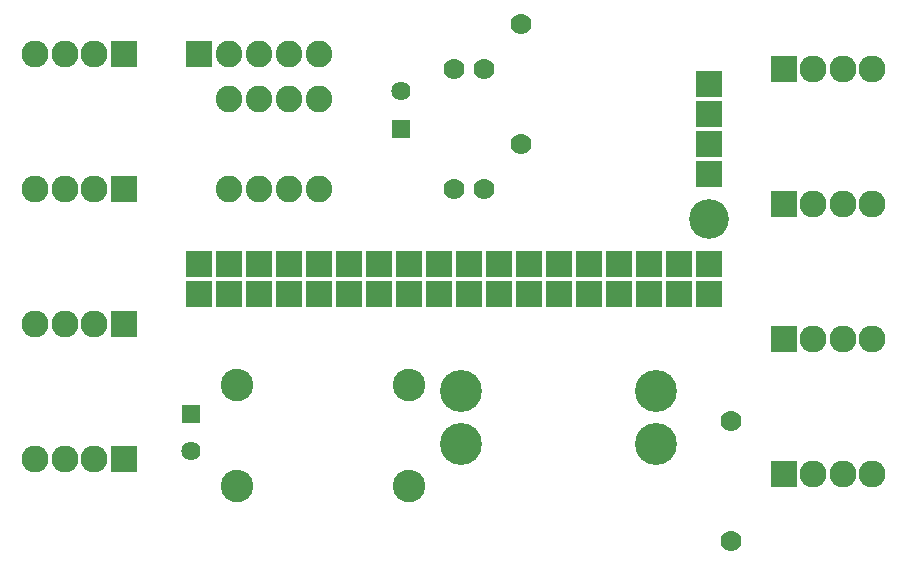
<source format=gbr>
G04 EasyPC Gerber Version 20.0.2 Build 4112 *
G04 #@! TF.Part,Single*
G04 #@! TF.FileFunction,Soldermask,Top *
%FSLAX35Y35*%
%MOIN*%
G04 #@! TA.AperFunction,SMDPad*
%ADD120R,0.08874X0.08874*%
G04 #@! TA.AperFunction,ComponentPad*
%ADD118R,0.06400X0.06400*%
%ADD124R,0.08874X0.08874*%
%ADD121R,0.09000X0.09000*%
%ADD119C,0.06400*%
G04 #@! TD.AperFunction*
%ADD27C,0.07000*%
G04 #@! TA.AperFunction,ComponentPad*
%ADD123C,0.08874*%
%ADD122C,0.09000*%
%ADD117C,0.10843*%
G04 #@! TA.AperFunction,WasherPad*
%ADD116C,0.13205*%
G04 #@! TA.AperFunction,ComponentPad*
%ADD126C,0.13992*%
G04 #@! TA.AperFunction,SMDPad*
%ADD125R,0.08874X0.08874*%
X0Y0D02*
D02*
D27*
X150256Y127750D03*
Y167750D03*
X160256Y127750D03*
Y167750D03*
X172756Y142750D03*
Y182750D03*
X242756Y10250D03*
Y50250D03*
D02*
D116*
X235256Y117750D03*
D02*
D117*
X78169Y28695D03*
Y62159D03*
X135256Y28695D03*
Y62159D03*
D02*
D118*
X62756Y52750D03*
X132756Y147750D03*
D02*
D119*
X62756Y40250D03*
X132756Y160250D03*
D02*
D120*
X65256Y92750D03*
Y102750D03*
X75256Y92750D03*
Y102750D03*
X85256Y92750D03*
Y102750D03*
X95256Y92750D03*
Y102750D03*
X105256Y92750D03*
Y102750D03*
X115256Y92750D03*
X125256D03*
X135256D03*
X145256D03*
X155256D03*
Y102750D03*
X165256Y92750D03*
Y102750D03*
X175256D03*
X195256D03*
X205256Y92750D03*
Y102750D03*
X215256Y92750D03*
Y102750D03*
X225256Y92750D03*
Y102750D03*
X235256Y92750D03*
Y102750D03*
Y132750D03*
Y142750D03*
Y152750D03*
Y162750D03*
D02*
D121*
X40256Y37750D03*
Y82750D03*
Y127750D03*
Y172750D03*
X260256Y32750D03*
Y77750D03*
Y122750D03*
Y167750D03*
D02*
D122*
X10728Y37750D03*
Y82750D03*
Y127750D03*
Y172750D03*
X20571Y37750D03*
Y82750D03*
Y127750D03*
Y172750D03*
X30413Y37750D03*
Y82750D03*
Y127750D03*
Y172750D03*
X270098Y32750D03*
Y77750D03*
Y122750D03*
Y167750D03*
X279941Y32750D03*
Y77750D03*
Y122750D03*
Y167750D03*
X289783Y32750D03*
Y77750D03*
Y122750D03*
Y167750D03*
D02*
D123*
X75222Y127750D03*
Y157750D03*
X75256Y172750D03*
X85222Y127750D03*
Y157750D03*
X85256Y172750D03*
X95222Y127750D03*
Y157750D03*
X95256Y172750D03*
X105222Y127750D03*
Y157750D03*
X105256Y172750D03*
D02*
D124*
X65256D03*
D02*
D125*
X115256Y102750D03*
X125256D03*
X135256D03*
X145256D03*
X175256Y92750D03*
X185256D03*
Y102750D03*
X195256Y92750D03*
D02*
D126*
X152717Y60250D03*
X152756Y42750D03*
X217756Y60250D03*
X217795Y42750D03*
X0Y0D02*
M02*

</source>
